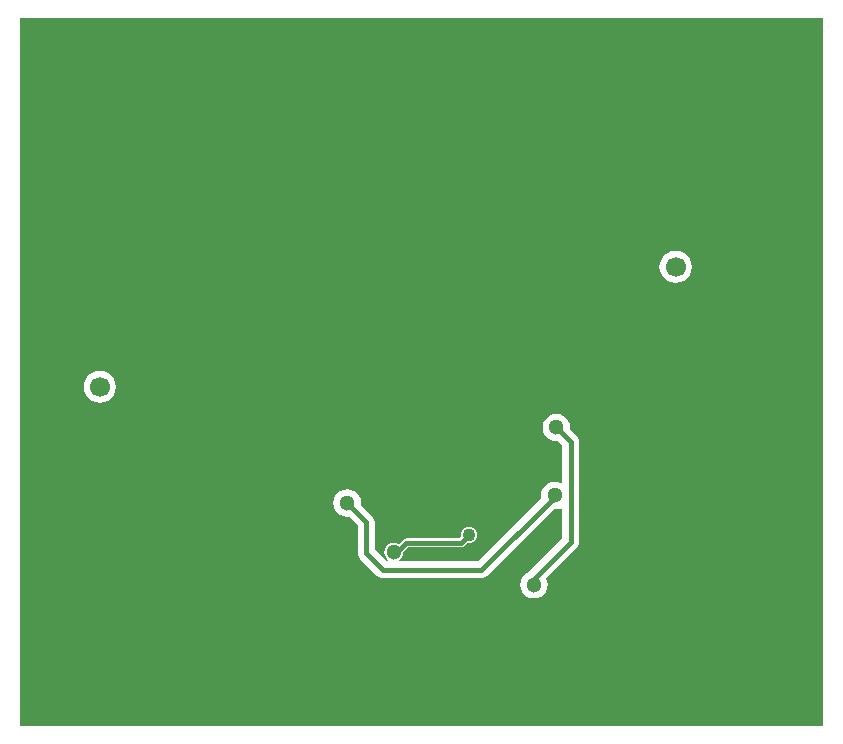
<source format=gbl>
G04*
G04 #@! TF.GenerationSoftware,Altium Limited,Altium Designer,19.0.14 (431)*
G04*
G04 Layer_Physical_Order=2*
G04 Layer_Color=16711680*
%FSLAX25Y25*%
%MOIN*%
G70*
G01*
G75*
%ADD12C,0.01575*%
%ADD13C,0.01000*%
%ADD40C,0.06693*%
%ADD41C,0.05118*%
%ADD42C,0.04331*%
%ADD43C,0.02756*%
%ADD44C,0.23622*%
G36*
X267717Y0D02*
X0D01*
Y236221D01*
X267717D01*
Y0D01*
D02*
G37*
%LPC*%
G36*
X218504Y158542D02*
X217108Y158358D01*
X215808Y157820D01*
X214691Y156963D01*
X213834Y155846D01*
X213295Y154545D01*
X213111Y153150D01*
X213295Y151754D01*
X213834Y150453D01*
X214691Y149337D01*
X215808Y148479D01*
X217108Y147941D01*
X218504Y147757D01*
X219900Y147941D01*
X221200Y148479D01*
X222317Y149337D01*
X223174Y150453D01*
X223713Y151754D01*
X223897Y153150D01*
X223713Y154545D01*
X223174Y155846D01*
X222317Y156963D01*
X221200Y157820D01*
X219900Y158358D01*
X218504Y158542D01*
D02*
G37*
G36*
X26575Y118582D02*
X25179Y118398D01*
X23878Y117859D01*
X22762Y117002D01*
X21905Y115885D01*
X21366Y114585D01*
X21182Y113189D01*
X21366Y111793D01*
X21905Y110493D01*
X22762Y109376D01*
X23878Y108519D01*
X25179Y107980D01*
X26575Y107796D01*
X27970Y107980D01*
X29271Y108519D01*
X30388Y109376D01*
X31245Y110493D01*
X31784Y111793D01*
X31967Y113189D01*
X31784Y114585D01*
X31245Y115885D01*
X30388Y117002D01*
X29271Y117859D01*
X27970Y118398D01*
X26575Y118582D01*
D02*
G37*
G36*
X178740Y104205D02*
X177550Y104048D01*
X176441Y103589D01*
X175489Y102858D01*
X174758Y101906D01*
X174299Y100796D01*
X174142Y99606D01*
X174299Y98416D01*
X174758Y97307D01*
X175489Y96355D01*
X176441Y95624D01*
X177550Y95165D01*
X178740Y95008D01*
X179290Y95080D01*
X180685Y93686D01*
Y81368D01*
X180185Y81060D01*
X179340Y81410D01*
X178150Y81567D01*
X176960Y81410D01*
X175850Y80951D01*
X174898Y80220D01*
X174167Y79268D01*
X173708Y78159D01*
X173551Y76968D01*
X173669Y76071D01*
X152544Y54945D01*
X126544D01*
X126374Y55445D01*
X126859Y55818D01*
X127366Y56478D01*
X127684Y57246D01*
X127793Y58071D01*
X127769Y58249D01*
X129326Y59806D01*
X147047D01*
X147589Y59914D01*
X148047Y60220D01*
X148909Y61082D01*
X149606Y60990D01*
X150328Y61085D01*
X151001Y61364D01*
X151579Y61807D01*
X152022Y62385D01*
X152301Y63058D01*
X152395Y63779D01*
X152301Y64501D01*
X152022Y65174D01*
X151579Y65752D01*
X151001Y66195D01*
X150328Y66474D01*
X149606Y66569D01*
X148884Y66474D01*
X148212Y66195D01*
X147634Y65752D01*
X147191Y65174D01*
X146912Y64501D01*
X146817Y63779D01*
X146909Y63083D01*
X146461Y62635D01*
X128740D01*
X128199Y62527D01*
X127740Y62221D01*
X126284Y60765D01*
X126199Y60830D01*
X125431Y61149D01*
X124606Y61257D01*
X123782Y61149D01*
X123013Y60830D01*
X122353Y60324D01*
X121847Y59664D01*
X121529Y58896D01*
X121420Y58071D01*
X121529Y57246D01*
X121847Y56478D01*
X122353Y55818D01*
X122710Y55544D01*
X122548Y55045D01*
X122202Y55002D01*
X118166Y59039D01*
Y68110D01*
X118166Y68110D01*
X118070Y68838D01*
X117789Y69516D01*
X117342Y70098D01*
X117342Y70098D01*
X113581Y73860D01*
X113654Y74410D01*
X113497Y75600D01*
X113037Y76709D01*
X112307Y77661D01*
X111354Y78392D01*
X110245Y78851D01*
X109055Y79008D01*
X107865Y78851D01*
X106756Y78392D01*
X105804Y77661D01*
X105073Y76709D01*
X104613Y75600D01*
X104457Y74410D01*
X104613Y73219D01*
X105073Y72110D01*
X105804Y71158D01*
X106756Y70427D01*
X107865Y69968D01*
X109055Y69811D01*
X109605Y69884D01*
X112543Y66946D01*
Y57874D01*
X112543Y57874D01*
X112639Y57146D01*
X112919Y56468D01*
X113366Y55886D01*
X119106Y50146D01*
X119106Y50146D01*
X119689Y49699D01*
X120367Y49418D01*
X121095Y49322D01*
X121095Y49322D01*
X153709D01*
X153709Y49322D01*
X154436Y49418D01*
X155114Y49699D01*
X155697Y50146D01*
X177947Y72397D01*
X178150Y72370D01*
X179340Y72527D01*
X180185Y72877D01*
X180685Y72569D01*
Y62613D01*
X169467Y51396D01*
X168961Y51186D01*
X168008Y50455D01*
X167278Y49503D01*
X166818Y48394D01*
X166661Y47204D01*
X166818Y46014D01*
X167278Y44905D01*
X168008Y43952D01*
X168961Y43222D01*
X170070Y42762D01*
X171260Y42605D01*
X172450Y42762D01*
X173559Y43222D01*
X174511Y43952D01*
X175242Y44905D01*
X175701Y46014D01*
X175858Y47204D01*
X175701Y48394D01*
X175325Y49302D01*
X185484Y59461D01*
X185484Y59461D01*
X185931Y60043D01*
X186212Y60721D01*
X186308Y61449D01*
Y94850D01*
X186212Y95578D01*
X185931Y96256D01*
X185484Y96838D01*
X185484Y96838D01*
X183266Y99056D01*
X183339Y99606D01*
X183182Y100796D01*
X182722Y101906D01*
X181992Y102858D01*
X181039Y103589D01*
X179930Y104048D01*
X178740Y104205D01*
D02*
G37*
%LPD*%
D12*
Y99606D02*
X183496Y94850D01*
X170472Y48425D02*
X183496Y61449D01*
Y94850D01*
X124803Y57972D02*
X125492D01*
X128740Y61221D01*
X147047D01*
X149606Y63779D01*
X121095Y52134D02*
X153709D01*
X115354Y57874D02*
X121095Y52134D01*
X153709D02*
X177165Y75590D01*
X115354Y57874D02*
Y68110D01*
X109055Y74410D02*
X115354Y68110D01*
D13*
X178150Y76575D02*
Y76968D01*
X177165Y75590D02*
X178150Y76575D01*
D40*
X26575Y113189D02*
D03*
X218504Y153150D02*
D03*
X27165Y88583D02*
D03*
X243701Y152756D02*
D03*
D41*
X178150Y76968D02*
D03*
X171260Y47204D02*
D03*
X124606Y58071D02*
D03*
X46358Y64272D02*
D03*
Y52461D02*
D03*
X32579D02*
D03*
Y64272D02*
D03*
X73917D02*
D03*
Y52461D02*
D03*
X60138D02*
D03*
Y64272D02*
D03*
X210630Y64961D02*
D03*
Y53150D02*
D03*
X196850D02*
D03*
Y64961D02*
D03*
X238189D02*
D03*
Y53150D02*
D03*
X224410D02*
D03*
Y64961D02*
D03*
X210630Y188976D02*
D03*
Y177165D02*
D03*
X196850D02*
D03*
Y188976D02*
D03*
X238189D02*
D03*
Y177165D02*
D03*
X224410D02*
D03*
Y188976D02*
D03*
X62205Y187992D02*
D03*
Y176181D02*
D03*
X75984D02*
D03*
Y187992D02*
D03*
X48425D02*
D03*
Y176181D02*
D03*
X34646D02*
D03*
Y187992D02*
D03*
X109055Y74410D02*
D03*
X178740Y99606D02*
D03*
D42*
X149606Y63779D02*
D03*
D43*
X132382Y69521D02*
D03*
Y66831D02*
D03*
X135335Y69521D02*
D03*
X132382Y72211D02*
D03*
X135335Y66831D02*
D03*
Y74902D02*
D03*
X132382D02*
D03*
X135335Y72211D02*
D03*
X144095Y100394D02*
D03*
Y97244D02*
D03*
Y103543D02*
D03*
Y106693D02*
D03*
Y109843D02*
D03*
Y112992D02*
D03*
Y116142D02*
D03*
Y119291D02*
D03*
X140945Y97244D02*
D03*
Y100394D02*
D03*
Y103543D02*
D03*
Y106693D02*
D03*
Y109843D02*
D03*
Y112992D02*
D03*
Y116142D02*
D03*
Y119291D02*
D03*
D44*
X135827Y210630D02*
D03*
X238189Y23622D02*
D03*
M02*

</source>
